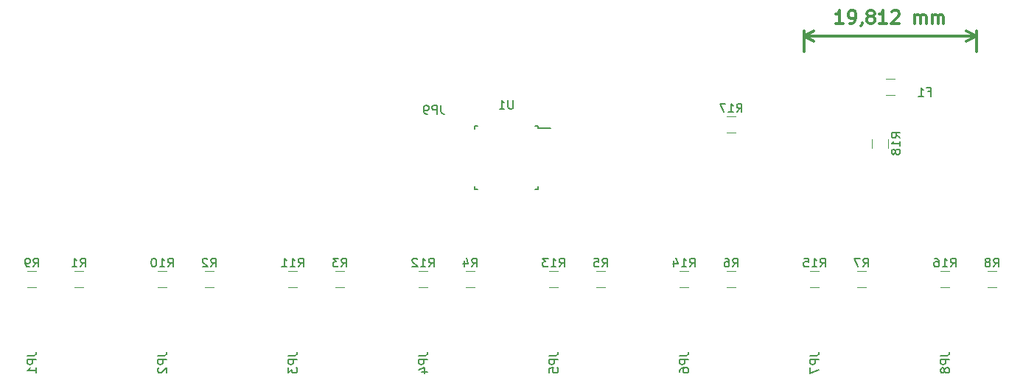
<source format=gbr>
G04 #@! TF.GenerationSoftware,KiCad,Pcbnew,(6.0.0-rc1-dev-313-g8db361882)*
G04 #@! TF.CreationDate,2018-09-01T22:17:23+02:00*
G04 #@! TF.ProjectId,Muxtemp,4D757874656D702E6B696361645F7063,rev?*
G04 #@! TF.SameCoordinates,Original*
G04 #@! TF.FileFunction,Legend,Bot*
G04 #@! TF.FilePolarity,Positive*
%FSLAX46Y46*%
G04 Gerber Fmt 4.6, Leading zero omitted, Abs format (unit mm)*
G04 Created by KiCad (PCBNEW (6.0.0-rc1-dev-313-g8db361882)) date 09/01/18 22:17:23*
%MOMM*%
%LPD*%
G01*
G04 APERTURE LIST*
%ADD10C,0.300000*%
%ADD11C,0.150000*%
%ADD12C,0.120000*%
G04 APERTURE END LIST*
D10*
X179681857Y-70968571D02*
X178824714Y-70968571D01*
X179253285Y-70968571D02*
X179253285Y-69468571D01*
X179110428Y-69682857D01*
X178967571Y-69825714D01*
X178824714Y-69897142D01*
X180396142Y-70968571D02*
X180681857Y-70968571D01*
X180824714Y-70897142D01*
X180896142Y-70825714D01*
X181039000Y-70611428D01*
X181110428Y-70325714D01*
X181110428Y-69754285D01*
X181039000Y-69611428D01*
X180967571Y-69540000D01*
X180824714Y-69468571D01*
X180539000Y-69468571D01*
X180396142Y-69540000D01*
X180324714Y-69611428D01*
X180253285Y-69754285D01*
X180253285Y-70111428D01*
X180324714Y-70254285D01*
X180396142Y-70325714D01*
X180539000Y-70397142D01*
X180824714Y-70397142D01*
X180967571Y-70325714D01*
X181039000Y-70254285D01*
X181110428Y-70111428D01*
X181824714Y-70897142D02*
X181824714Y-70968571D01*
X181753285Y-71111428D01*
X181681857Y-71182857D01*
X182681857Y-70111428D02*
X182539000Y-70040000D01*
X182467571Y-69968571D01*
X182396142Y-69825714D01*
X182396142Y-69754285D01*
X182467571Y-69611428D01*
X182539000Y-69540000D01*
X182681857Y-69468571D01*
X182967571Y-69468571D01*
X183110428Y-69540000D01*
X183181857Y-69611428D01*
X183253285Y-69754285D01*
X183253285Y-69825714D01*
X183181857Y-69968571D01*
X183110428Y-70040000D01*
X182967571Y-70111428D01*
X182681857Y-70111428D01*
X182539000Y-70182857D01*
X182467571Y-70254285D01*
X182396142Y-70397142D01*
X182396142Y-70682857D01*
X182467571Y-70825714D01*
X182539000Y-70897142D01*
X182681857Y-70968571D01*
X182967571Y-70968571D01*
X183110428Y-70897142D01*
X183181857Y-70825714D01*
X183253285Y-70682857D01*
X183253285Y-70397142D01*
X183181857Y-70254285D01*
X183110428Y-70182857D01*
X182967571Y-70111428D01*
X184681857Y-70968571D02*
X183824714Y-70968571D01*
X184253285Y-70968571D02*
X184253285Y-69468571D01*
X184110428Y-69682857D01*
X183967571Y-69825714D01*
X183824714Y-69897142D01*
X185253285Y-69611428D02*
X185324714Y-69540000D01*
X185467571Y-69468571D01*
X185824714Y-69468571D01*
X185967571Y-69540000D01*
X186039000Y-69611428D01*
X186110428Y-69754285D01*
X186110428Y-69897142D01*
X186039000Y-70111428D01*
X185181857Y-70968571D01*
X186110428Y-70968571D01*
X187896142Y-70968571D02*
X187896142Y-69968571D01*
X187896142Y-70111428D02*
X187967571Y-70040000D01*
X188110428Y-69968571D01*
X188324714Y-69968571D01*
X188467571Y-70040000D01*
X188539000Y-70182857D01*
X188539000Y-70968571D01*
X188539000Y-70182857D02*
X188610428Y-70040000D01*
X188753285Y-69968571D01*
X188967571Y-69968571D01*
X189110428Y-70040000D01*
X189181857Y-70182857D01*
X189181857Y-70968571D01*
X189896142Y-70968571D02*
X189896142Y-69968571D01*
X189896142Y-70111428D02*
X189967571Y-70040000D01*
X190110428Y-69968571D01*
X190324714Y-69968571D01*
X190467571Y-70040000D01*
X190539000Y-70182857D01*
X190539000Y-70968571D01*
X190539000Y-70182857D02*
X190610428Y-70040000D01*
X190753285Y-69968571D01*
X190967571Y-69968571D01*
X191110428Y-70040000D01*
X191181857Y-70182857D01*
X191181857Y-70968571D01*
X175133000Y-72390000D02*
X194945000Y-72390000D01*
X175133000Y-74168000D02*
X175133000Y-71803579D01*
X194945000Y-74168000D02*
X194945000Y-71803579D01*
X194945000Y-72390000D02*
X193818496Y-72976421D01*
X194945000Y-72390000D02*
X193818496Y-71803579D01*
X175133000Y-72390000D02*
X176259504Y-72976421D01*
X175133000Y-72390000D02*
X176259504Y-71803579D01*
D11*
G04 #@! TO.C,U1*
X144595000Y-82735000D02*
X144595000Y-82960000D01*
X137345000Y-82735000D02*
X137345000Y-83060000D01*
X137345000Y-89985000D02*
X137345000Y-89660000D01*
X144595000Y-89985000D02*
X144595000Y-89660000D01*
X144595000Y-82735000D02*
X144270000Y-82735000D01*
X144595000Y-89985000D02*
X144270000Y-89985000D01*
X137345000Y-89985000D02*
X137670000Y-89985000D01*
X137345000Y-82735000D02*
X137670000Y-82735000D01*
X144595000Y-82960000D02*
X146020000Y-82960000D01*
D12*
G04 #@! TO.C,R17*
X167284000Y-81640000D02*
X166284000Y-81640000D01*
X167284000Y-83460000D02*
X166284000Y-83460000D01*
G04 #@! TO.C,R18*
X184806000Y-85242000D02*
X184806000Y-84242000D01*
X182986000Y-85242000D02*
X182986000Y-84242000D01*
G04 #@! TO.C,F1*
X185572000Y-77322000D02*
X184572000Y-77322000D01*
X185572000Y-79142000D02*
X184572000Y-79142000D01*
G04 #@! TO.C,R7*
X182270000Y-101240000D02*
X181270000Y-101240000D01*
X182270000Y-99420000D02*
X181270000Y-99420000D01*
G04 #@! TO.C,R3*
X122326000Y-99420000D02*
X121326000Y-99420000D01*
X122326000Y-101240000D02*
X121326000Y-101240000D01*
G04 #@! TO.C,R15*
X176870000Y-101240000D02*
X175870000Y-101240000D01*
X176870000Y-99420000D02*
X175870000Y-99420000D01*
G04 #@! TO.C,R14*
X161884000Y-99420000D02*
X160884000Y-99420000D01*
X161884000Y-101240000D02*
X160884000Y-101240000D01*
G04 #@! TO.C,R13*
X146898000Y-101240000D02*
X145898000Y-101240000D01*
X146898000Y-99420000D02*
X145898000Y-99420000D01*
G04 #@! TO.C,R12*
X131912000Y-99420000D02*
X130912000Y-99420000D01*
X131912000Y-101240000D02*
X130912000Y-101240000D01*
G04 #@! TO.C,R11*
X116926000Y-101240000D02*
X115926000Y-101240000D01*
X116926000Y-99420000D02*
X115926000Y-99420000D01*
G04 #@! TO.C,R10*
X101940000Y-99420000D02*
X100940000Y-99420000D01*
X101940000Y-101240000D02*
X100940000Y-101240000D01*
G04 #@! TO.C,R6*
X167284000Y-101240000D02*
X166284000Y-101240000D01*
X167284000Y-99420000D02*
X166284000Y-99420000D01*
G04 #@! TO.C,R5*
X152298000Y-99420000D02*
X151298000Y-99420000D01*
X152298000Y-101240000D02*
X151298000Y-101240000D01*
G04 #@! TO.C,R4*
X137312000Y-101240000D02*
X136312000Y-101240000D01*
X137312000Y-99420000D02*
X136312000Y-99420000D01*
G04 #@! TO.C,R1*
X92354000Y-99420000D02*
X91354000Y-99420000D01*
X92354000Y-101240000D02*
X91354000Y-101240000D01*
G04 #@! TO.C,R2*
X107340000Y-101240000D02*
X106340000Y-101240000D01*
X107340000Y-99420000D02*
X106340000Y-99420000D01*
G04 #@! TO.C,R9*
X86954000Y-99420000D02*
X85954000Y-99420000D01*
X86954000Y-101240000D02*
X85954000Y-101240000D01*
G04 #@! TO.C,R8*
X197256000Y-101240000D02*
X196256000Y-101240000D01*
X197256000Y-99420000D02*
X196256000Y-99420000D01*
G04 #@! TO.C,R16*
X191856000Y-99420000D02*
X190856000Y-99420000D01*
X191856000Y-101240000D02*
X190856000Y-101240000D01*
G04 #@! TO.C,U1*
D11*
X141731904Y-79762380D02*
X141731904Y-80571904D01*
X141684285Y-80667142D01*
X141636666Y-80714761D01*
X141541428Y-80762380D01*
X141350952Y-80762380D01*
X141255714Y-80714761D01*
X141208095Y-80667142D01*
X141160476Y-80571904D01*
X141160476Y-79762380D01*
X140160476Y-80762380D02*
X140731904Y-80762380D01*
X140446190Y-80762380D02*
X140446190Y-79762380D01*
X140541428Y-79905238D01*
X140636666Y-80000476D01*
X140731904Y-80048095D01*
G04 #@! TO.C,R17*
X167426857Y-81152380D02*
X167760190Y-80676190D01*
X167998285Y-81152380D02*
X167998285Y-80152380D01*
X167617333Y-80152380D01*
X167522095Y-80200000D01*
X167474476Y-80247619D01*
X167426857Y-80342857D01*
X167426857Y-80485714D01*
X167474476Y-80580952D01*
X167522095Y-80628571D01*
X167617333Y-80676190D01*
X167998285Y-80676190D01*
X166474476Y-81152380D02*
X167045904Y-81152380D01*
X166760190Y-81152380D02*
X166760190Y-80152380D01*
X166855428Y-80295238D01*
X166950666Y-80390476D01*
X167045904Y-80438095D01*
X166141142Y-80152380D02*
X165474476Y-80152380D01*
X165903047Y-81152380D01*
G04 #@! TO.C,JP9*
X133458333Y-80368380D02*
X133458333Y-81082666D01*
X133505952Y-81225523D01*
X133601190Y-81320761D01*
X133744047Y-81368380D01*
X133839285Y-81368380D01*
X132982142Y-81368380D02*
X132982142Y-80368380D01*
X132601190Y-80368380D01*
X132505952Y-80416000D01*
X132458333Y-80463619D01*
X132410714Y-80558857D01*
X132410714Y-80701714D01*
X132458333Y-80796952D01*
X132505952Y-80844571D01*
X132601190Y-80892190D01*
X132982142Y-80892190D01*
X131934523Y-81368380D02*
X131744047Y-81368380D01*
X131648809Y-81320761D01*
X131601190Y-81273142D01*
X131505952Y-81130285D01*
X131458333Y-80939809D01*
X131458333Y-80558857D01*
X131505952Y-80463619D01*
X131553571Y-80416000D01*
X131648809Y-80368380D01*
X131839285Y-80368380D01*
X131934523Y-80416000D01*
X131982142Y-80463619D01*
X132029761Y-80558857D01*
X132029761Y-80796952D01*
X131982142Y-80892190D01*
X131934523Y-80939809D01*
X131839285Y-80987428D01*
X131648809Y-80987428D01*
X131553571Y-80939809D01*
X131505952Y-80892190D01*
X131458333Y-80796952D01*
G04 #@! TO.C,JP7*
X175872380Y-109111666D02*
X176586666Y-109111666D01*
X176729523Y-109064047D01*
X176824761Y-108968809D01*
X176872380Y-108825952D01*
X176872380Y-108730714D01*
X176872380Y-109587857D02*
X175872380Y-109587857D01*
X175872380Y-109968809D01*
X175920000Y-110064047D01*
X175967619Y-110111666D01*
X176062857Y-110159285D01*
X176205714Y-110159285D01*
X176300952Y-110111666D01*
X176348571Y-110064047D01*
X176396190Y-109968809D01*
X176396190Y-109587857D01*
X175872380Y-110492619D02*
X175872380Y-111159285D01*
X176872380Y-110730714D01*
G04 #@! TO.C,JP6*
X160886380Y-109111666D02*
X161600666Y-109111666D01*
X161743523Y-109064047D01*
X161838761Y-108968809D01*
X161886380Y-108825952D01*
X161886380Y-108730714D01*
X161886380Y-109587857D02*
X160886380Y-109587857D01*
X160886380Y-109968809D01*
X160934000Y-110064047D01*
X160981619Y-110111666D01*
X161076857Y-110159285D01*
X161219714Y-110159285D01*
X161314952Y-110111666D01*
X161362571Y-110064047D01*
X161410190Y-109968809D01*
X161410190Y-109587857D01*
X160886380Y-111016428D02*
X160886380Y-110825952D01*
X160934000Y-110730714D01*
X160981619Y-110683095D01*
X161124476Y-110587857D01*
X161314952Y-110540238D01*
X161695904Y-110540238D01*
X161791142Y-110587857D01*
X161838761Y-110635476D01*
X161886380Y-110730714D01*
X161886380Y-110921190D01*
X161838761Y-111016428D01*
X161791142Y-111064047D01*
X161695904Y-111111666D01*
X161457809Y-111111666D01*
X161362571Y-111064047D01*
X161314952Y-111016428D01*
X161267333Y-110921190D01*
X161267333Y-110730714D01*
X161314952Y-110635476D01*
X161362571Y-110587857D01*
X161457809Y-110540238D01*
G04 #@! TO.C,JP1*
X85956380Y-109111666D02*
X86670666Y-109111666D01*
X86813523Y-109064047D01*
X86908761Y-108968809D01*
X86956380Y-108825952D01*
X86956380Y-108730714D01*
X86956380Y-109587857D02*
X85956380Y-109587857D01*
X85956380Y-109968809D01*
X86004000Y-110064047D01*
X86051619Y-110111666D01*
X86146857Y-110159285D01*
X86289714Y-110159285D01*
X86384952Y-110111666D01*
X86432571Y-110064047D01*
X86480190Y-109968809D01*
X86480190Y-109587857D01*
X86956380Y-111111666D02*
X86956380Y-110540238D01*
X86956380Y-110825952D02*
X85956380Y-110825952D01*
X86099238Y-110730714D01*
X86194476Y-110635476D01*
X86242095Y-110540238D01*
G04 #@! TO.C,JP2*
X100942380Y-109111666D02*
X101656666Y-109111666D01*
X101799523Y-109064047D01*
X101894761Y-108968809D01*
X101942380Y-108825952D01*
X101942380Y-108730714D01*
X101942380Y-109587857D02*
X100942380Y-109587857D01*
X100942380Y-109968809D01*
X100990000Y-110064047D01*
X101037619Y-110111666D01*
X101132857Y-110159285D01*
X101275714Y-110159285D01*
X101370952Y-110111666D01*
X101418571Y-110064047D01*
X101466190Y-109968809D01*
X101466190Y-109587857D01*
X101037619Y-110540238D02*
X100990000Y-110587857D01*
X100942380Y-110683095D01*
X100942380Y-110921190D01*
X100990000Y-111016428D01*
X101037619Y-111064047D01*
X101132857Y-111111666D01*
X101228095Y-111111666D01*
X101370952Y-111064047D01*
X101942380Y-110492619D01*
X101942380Y-111111666D01*
G04 #@! TO.C,JP8*
X190858380Y-109111666D02*
X191572666Y-109111666D01*
X191715523Y-109064047D01*
X191810761Y-108968809D01*
X191858380Y-108825952D01*
X191858380Y-108730714D01*
X191858380Y-109587857D02*
X190858380Y-109587857D01*
X190858380Y-109968809D01*
X190906000Y-110064047D01*
X190953619Y-110111666D01*
X191048857Y-110159285D01*
X191191714Y-110159285D01*
X191286952Y-110111666D01*
X191334571Y-110064047D01*
X191382190Y-109968809D01*
X191382190Y-109587857D01*
X191286952Y-110730714D02*
X191239333Y-110635476D01*
X191191714Y-110587857D01*
X191096476Y-110540238D01*
X191048857Y-110540238D01*
X190953619Y-110587857D01*
X190906000Y-110635476D01*
X190858380Y-110730714D01*
X190858380Y-110921190D01*
X190906000Y-111016428D01*
X190953619Y-111064047D01*
X191048857Y-111111666D01*
X191096476Y-111111666D01*
X191191714Y-111064047D01*
X191239333Y-111016428D01*
X191286952Y-110921190D01*
X191286952Y-110730714D01*
X191334571Y-110635476D01*
X191382190Y-110587857D01*
X191477428Y-110540238D01*
X191667904Y-110540238D01*
X191763142Y-110587857D01*
X191810761Y-110635476D01*
X191858380Y-110730714D01*
X191858380Y-110921190D01*
X191810761Y-111016428D01*
X191763142Y-111064047D01*
X191667904Y-111111666D01*
X191477428Y-111111666D01*
X191382190Y-111064047D01*
X191334571Y-111016428D01*
X191286952Y-110921190D01*
G04 #@! TO.C,JP5*
X145900380Y-109111666D02*
X146614666Y-109111666D01*
X146757523Y-109064047D01*
X146852761Y-108968809D01*
X146900380Y-108825952D01*
X146900380Y-108730714D01*
X146900380Y-109587857D02*
X145900380Y-109587857D01*
X145900380Y-109968809D01*
X145948000Y-110064047D01*
X145995619Y-110111666D01*
X146090857Y-110159285D01*
X146233714Y-110159285D01*
X146328952Y-110111666D01*
X146376571Y-110064047D01*
X146424190Y-109968809D01*
X146424190Y-109587857D01*
X145900380Y-111064047D02*
X145900380Y-110587857D01*
X146376571Y-110540238D01*
X146328952Y-110587857D01*
X146281333Y-110683095D01*
X146281333Y-110921190D01*
X146328952Y-111016428D01*
X146376571Y-111064047D01*
X146471809Y-111111666D01*
X146709904Y-111111666D01*
X146805142Y-111064047D01*
X146852761Y-111016428D01*
X146900380Y-110921190D01*
X146900380Y-110683095D01*
X146852761Y-110587857D01*
X146805142Y-110540238D01*
G04 #@! TO.C,JP4*
X130914380Y-109111666D02*
X131628666Y-109111666D01*
X131771523Y-109064047D01*
X131866761Y-108968809D01*
X131914380Y-108825952D01*
X131914380Y-108730714D01*
X131914380Y-109587857D02*
X130914380Y-109587857D01*
X130914380Y-109968809D01*
X130962000Y-110064047D01*
X131009619Y-110111666D01*
X131104857Y-110159285D01*
X131247714Y-110159285D01*
X131342952Y-110111666D01*
X131390571Y-110064047D01*
X131438190Y-109968809D01*
X131438190Y-109587857D01*
X131247714Y-111016428D02*
X131914380Y-111016428D01*
X130866761Y-110778333D02*
X131581047Y-110540238D01*
X131581047Y-111159285D01*
G04 #@! TO.C,JP3*
X115928380Y-109111666D02*
X116642666Y-109111666D01*
X116785523Y-109064047D01*
X116880761Y-108968809D01*
X116928380Y-108825952D01*
X116928380Y-108730714D01*
X116928380Y-109587857D02*
X115928380Y-109587857D01*
X115928380Y-109968809D01*
X115976000Y-110064047D01*
X116023619Y-110111666D01*
X116118857Y-110159285D01*
X116261714Y-110159285D01*
X116356952Y-110111666D01*
X116404571Y-110064047D01*
X116452190Y-109968809D01*
X116452190Y-109587857D01*
X115928380Y-110492619D02*
X115928380Y-111111666D01*
X116309333Y-110778333D01*
X116309333Y-110921190D01*
X116356952Y-111016428D01*
X116404571Y-111064047D01*
X116499809Y-111111666D01*
X116737904Y-111111666D01*
X116833142Y-111064047D01*
X116880761Y-111016428D01*
X116928380Y-110921190D01*
X116928380Y-110635476D01*
X116880761Y-110540238D01*
X116833142Y-110492619D01*
G04 #@! TO.C,R18*
X186198380Y-84099142D02*
X185722190Y-83765809D01*
X186198380Y-83527714D02*
X185198380Y-83527714D01*
X185198380Y-83908666D01*
X185246000Y-84003904D01*
X185293619Y-84051523D01*
X185388857Y-84099142D01*
X185531714Y-84099142D01*
X185626952Y-84051523D01*
X185674571Y-84003904D01*
X185722190Y-83908666D01*
X185722190Y-83527714D01*
X186198380Y-85051523D02*
X186198380Y-84480095D01*
X186198380Y-84765809D02*
X185198380Y-84765809D01*
X185341238Y-84670571D01*
X185436476Y-84575333D01*
X185484095Y-84480095D01*
X185626952Y-85622952D02*
X185579333Y-85527714D01*
X185531714Y-85480095D01*
X185436476Y-85432476D01*
X185388857Y-85432476D01*
X185293619Y-85480095D01*
X185246000Y-85527714D01*
X185198380Y-85622952D01*
X185198380Y-85813428D01*
X185246000Y-85908666D01*
X185293619Y-85956285D01*
X185388857Y-86003904D01*
X185436476Y-86003904D01*
X185531714Y-85956285D01*
X185579333Y-85908666D01*
X185626952Y-85813428D01*
X185626952Y-85622952D01*
X185674571Y-85527714D01*
X185722190Y-85480095D01*
X185817428Y-85432476D01*
X186007904Y-85432476D01*
X186103142Y-85480095D01*
X186150761Y-85527714D01*
X186198380Y-85622952D01*
X186198380Y-85813428D01*
X186150761Y-85908666D01*
X186103142Y-85956285D01*
X186007904Y-86003904D01*
X185817428Y-86003904D01*
X185722190Y-85956285D01*
X185674571Y-85908666D01*
X185626952Y-85813428D01*
G04 #@! TO.C,F1*
X189375333Y-78795571D02*
X189708666Y-78795571D01*
X189708666Y-79319380D02*
X189708666Y-78319380D01*
X189232476Y-78319380D01*
X188327714Y-79319380D02*
X188899142Y-79319380D01*
X188613428Y-79319380D02*
X188613428Y-78319380D01*
X188708666Y-78462238D01*
X188803904Y-78557476D01*
X188899142Y-78605095D01*
G04 #@! TO.C,R7*
X181936666Y-98932380D02*
X182270000Y-98456190D01*
X182508095Y-98932380D02*
X182508095Y-97932380D01*
X182127142Y-97932380D01*
X182031904Y-97980000D01*
X181984285Y-98027619D01*
X181936666Y-98122857D01*
X181936666Y-98265714D01*
X181984285Y-98360952D01*
X182031904Y-98408571D01*
X182127142Y-98456190D01*
X182508095Y-98456190D01*
X181603333Y-97932380D02*
X180936666Y-97932380D01*
X181365238Y-98932380D01*
G04 #@! TO.C,R3*
X121992666Y-98932380D02*
X122326000Y-98456190D01*
X122564095Y-98932380D02*
X122564095Y-97932380D01*
X122183142Y-97932380D01*
X122087904Y-97980000D01*
X122040285Y-98027619D01*
X121992666Y-98122857D01*
X121992666Y-98265714D01*
X122040285Y-98360952D01*
X122087904Y-98408571D01*
X122183142Y-98456190D01*
X122564095Y-98456190D01*
X121659333Y-97932380D02*
X121040285Y-97932380D01*
X121373619Y-98313333D01*
X121230761Y-98313333D01*
X121135523Y-98360952D01*
X121087904Y-98408571D01*
X121040285Y-98503809D01*
X121040285Y-98741904D01*
X121087904Y-98837142D01*
X121135523Y-98884761D01*
X121230761Y-98932380D01*
X121516476Y-98932380D01*
X121611714Y-98884761D01*
X121659333Y-98837142D01*
G04 #@! TO.C,R15*
X177012857Y-98932380D02*
X177346190Y-98456190D01*
X177584285Y-98932380D02*
X177584285Y-97932380D01*
X177203333Y-97932380D01*
X177108095Y-97980000D01*
X177060476Y-98027619D01*
X177012857Y-98122857D01*
X177012857Y-98265714D01*
X177060476Y-98360952D01*
X177108095Y-98408571D01*
X177203333Y-98456190D01*
X177584285Y-98456190D01*
X176060476Y-98932380D02*
X176631904Y-98932380D01*
X176346190Y-98932380D02*
X176346190Y-97932380D01*
X176441428Y-98075238D01*
X176536666Y-98170476D01*
X176631904Y-98218095D01*
X175155714Y-97932380D02*
X175631904Y-97932380D01*
X175679523Y-98408571D01*
X175631904Y-98360952D01*
X175536666Y-98313333D01*
X175298571Y-98313333D01*
X175203333Y-98360952D01*
X175155714Y-98408571D01*
X175108095Y-98503809D01*
X175108095Y-98741904D01*
X175155714Y-98837142D01*
X175203333Y-98884761D01*
X175298571Y-98932380D01*
X175536666Y-98932380D01*
X175631904Y-98884761D01*
X175679523Y-98837142D01*
G04 #@! TO.C,R14*
X162026857Y-98932380D02*
X162360190Y-98456190D01*
X162598285Y-98932380D02*
X162598285Y-97932380D01*
X162217333Y-97932380D01*
X162122095Y-97980000D01*
X162074476Y-98027619D01*
X162026857Y-98122857D01*
X162026857Y-98265714D01*
X162074476Y-98360952D01*
X162122095Y-98408571D01*
X162217333Y-98456190D01*
X162598285Y-98456190D01*
X161074476Y-98932380D02*
X161645904Y-98932380D01*
X161360190Y-98932380D02*
X161360190Y-97932380D01*
X161455428Y-98075238D01*
X161550666Y-98170476D01*
X161645904Y-98218095D01*
X160217333Y-98265714D02*
X160217333Y-98932380D01*
X160455428Y-97884761D02*
X160693523Y-98599047D01*
X160074476Y-98599047D01*
G04 #@! TO.C,R13*
X147040857Y-98932380D02*
X147374190Y-98456190D01*
X147612285Y-98932380D02*
X147612285Y-97932380D01*
X147231333Y-97932380D01*
X147136095Y-97980000D01*
X147088476Y-98027619D01*
X147040857Y-98122857D01*
X147040857Y-98265714D01*
X147088476Y-98360952D01*
X147136095Y-98408571D01*
X147231333Y-98456190D01*
X147612285Y-98456190D01*
X146088476Y-98932380D02*
X146659904Y-98932380D01*
X146374190Y-98932380D02*
X146374190Y-97932380D01*
X146469428Y-98075238D01*
X146564666Y-98170476D01*
X146659904Y-98218095D01*
X145755142Y-97932380D02*
X145136095Y-97932380D01*
X145469428Y-98313333D01*
X145326571Y-98313333D01*
X145231333Y-98360952D01*
X145183714Y-98408571D01*
X145136095Y-98503809D01*
X145136095Y-98741904D01*
X145183714Y-98837142D01*
X145231333Y-98884761D01*
X145326571Y-98932380D01*
X145612285Y-98932380D01*
X145707523Y-98884761D01*
X145755142Y-98837142D01*
G04 #@! TO.C,R12*
X132054857Y-98932380D02*
X132388190Y-98456190D01*
X132626285Y-98932380D02*
X132626285Y-97932380D01*
X132245333Y-97932380D01*
X132150095Y-97980000D01*
X132102476Y-98027619D01*
X132054857Y-98122857D01*
X132054857Y-98265714D01*
X132102476Y-98360952D01*
X132150095Y-98408571D01*
X132245333Y-98456190D01*
X132626285Y-98456190D01*
X131102476Y-98932380D02*
X131673904Y-98932380D01*
X131388190Y-98932380D02*
X131388190Y-97932380D01*
X131483428Y-98075238D01*
X131578666Y-98170476D01*
X131673904Y-98218095D01*
X130721523Y-98027619D02*
X130673904Y-97980000D01*
X130578666Y-97932380D01*
X130340571Y-97932380D01*
X130245333Y-97980000D01*
X130197714Y-98027619D01*
X130150095Y-98122857D01*
X130150095Y-98218095D01*
X130197714Y-98360952D01*
X130769142Y-98932380D01*
X130150095Y-98932380D01*
G04 #@! TO.C,R11*
X117068857Y-98932380D02*
X117402190Y-98456190D01*
X117640285Y-98932380D02*
X117640285Y-97932380D01*
X117259333Y-97932380D01*
X117164095Y-97980000D01*
X117116476Y-98027619D01*
X117068857Y-98122857D01*
X117068857Y-98265714D01*
X117116476Y-98360952D01*
X117164095Y-98408571D01*
X117259333Y-98456190D01*
X117640285Y-98456190D01*
X116116476Y-98932380D02*
X116687904Y-98932380D01*
X116402190Y-98932380D02*
X116402190Y-97932380D01*
X116497428Y-98075238D01*
X116592666Y-98170476D01*
X116687904Y-98218095D01*
X115164095Y-98932380D02*
X115735523Y-98932380D01*
X115449809Y-98932380D02*
X115449809Y-97932380D01*
X115545047Y-98075238D01*
X115640285Y-98170476D01*
X115735523Y-98218095D01*
G04 #@! TO.C,R10*
X102082857Y-98932380D02*
X102416190Y-98456190D01*
X102654285Y-98932380D02*
X102654285Y-97932380D01*
X102273333Y-97932380D01*
X102178095Y-97980000D01*
X102130476Y-98027619D01*
X102082857Y-98122857D01*
X102082857Y-98265714D01*
X102130476Y-98360952D01*
X102178095Y-98408571D01*
X102273333Y-98456190D01*
X102654285Y-98456190D01*
X101130476Y-98932380D02*
X101701904Y-98932380D01*
X101416190Y-98932380D02*
X101416190Y-97932380D01*
X101511428Y-98075238D01*
X101606666Y-98170476D01*
X101701904Y-98218095D01*
X100511428Y-97932380D02*
X100416190Y-97932380D01*
X100320952Y-97980000D01*
X100273333Y-98027619D01*
X100225714Y-98122857D01*
X100178095Y-98313333D01*
X100178095Y-98551428D01*
X100225714Y-98741904D01*
X100273333Y-98837142D01*
X100320952Y-98884761D01*
X100416190Y-98932380D01*
X100511428Y-98932380D01*
X100606666Y-98884761D01*
X100654285Y-98837142D01*
X100701904Y-98741904D01*
X100749523Y-98551428D01*
X100749523Y-98313333D01*
X100701904Y-98122857D01*
X100654285Y-98027619D01*
X100606666Y-97980000D01*
X100511428Y-97932380D01*
G04 #@! TO.C,R6*
X166950666Y-98932380D02*
X167284000Y-98456190D01*
X167522095Y-98932380D02*
X167522095Y-97932380D01*
X167141142Y-97932380D01*
X167045904Y-97980000D01*
X166998285Y-98027619D01*
X166950666Y-98122857D01*
X166950666Y-98265714D01*
X166998285Y-98360952D01*
X167045904Y-98408571D01*
X167141142Y-98456190D01*
X167522095Y-98456190D01*
X166093523Y-97932380D02*
X166284000Y-97932380D01*
X166379238Y-97980000D01*
X166426857Y-98027619D01*
X166522095Y-98170476D01*
X166569714Y-98360952D01*
X166569714Y-98741904D01*
X166522095Y-98837142D01*
X166474476Y-98884761D01*
X166379238Y-98932380D01*
X166188761Y-98932380D01*
X166093523Y-98884761D01*
X166045904Y-98837142D01*
X165998285Y-98741904D01*
X165998285Y-98503809D01*
X166045904Y-98408571D01*
X166093523Y-98360952D01*
X166188761Y-98313333D01*
X166379238Y-98313333D01*
X166474476Y-98360952D01*
X166522095Y-98408571D01*
X166569714Y-98503809D01*
G04 #@! TO.C,R5*
X151964666Y-98932380D02*
X152298000Y-98456190D01*
X152536095Y-98932380D02*
X152536095Y-97932380D01*
X152155142Y-97932380D01*
X152059904Y-97980000D01*
X152012285Y-98027619D01*
X151964666Y-98122857D01*
X151964666Y-98265714D01*
X152012285Y-98360952D01*
X152059904Y-98408571D01*
X152155142Y-98456190D01*
X152536095Y-98456190D01*
X151059904Y-97932380D02*
X151536095Y-97932380D01*
X151583714Y-98408571D01*
X151536095Y-98360952D01*
X151440857Y-98313333D01*
X151202761Y-98313333D01*
X151107523Y-98360952D01*
X151059904Y-98408571D01*
X151012285Y-98503809D01*
X151012285Y-98741904D01*
X151059904Y-98837142D01*
X151107523Y-98884761D01*
X151202761Y-98932380D01*
X151440857Y-98932380D01*
X151536095Y-98884761D01*
X151583714Y-98837142D01*
G04 #@! TO.C,R4*
X136978666Y-98932380D02*
X137312000Y-98456190D01*
X137550095Y-98932380D02*
X137550095Y-97932380D01*
X137169142Y-97932380D01*
X137073904Y-97980000D01*
X137026285Y-98027619D01*
X136978666Y-98122857D01*
X136978666Y-98265714D01*
X137026285Y-98360952D01*
X137073904Y-98408571D01*
X137169142Y-98456190D01*
X137550095Y-98456190D01*
X136121523Y-98265714D02*
X136121523Y-98932380D01*
X136359619Y-97884761D02*
X136597714Y-98599047D01*
X135978666Y-98599047D01*
G04 #@! TO.C,R1*
X92020666Y-98932380D02*
X92354000Y-98456190D01*
X92592095Y-98932380D02*
X92592095Y-97932380D01*
X92211142Y-97932380D01*
X92115904Y-97980000D01*
X92068285Y-98027619D01*
X92020666Y-98122857D01*
X92020666Y-98265714D01*
X92068285Y-98360952D01*
X92115904Y-98408571D01*
X92211142Y-98456190D01*
X92592095Y-98456190D01*
X91068285Y-98932380D02*
X91639714Y-98932380D01*
X91354000Y-98932380D02*
X91354000Y-97932380D01*
X91449238Y-98075238D01*
X91544476Y-98170476D01*
X91639714Y-98218095D01*
G04 #@! TO.C,R2*
X107006666Y-98932380D02*
X107340000Y-98456190D01*
X107578095Y-98932380D02*
X107578095Y-97932380D01*
X107197142Y-97932380D01*
X107101904Y-97980000D01*
X107054285Y-98027619D01*
X107006666Y-98122857D01*
X107006666Y-98265714D01*
X107054285Y-98360952D01*
X107101904Y-98408571D01*
X107197142Y-98456190D01*
X107578095Y-98456190D01*
X106625714Y-98027619D02*
X106578095Y-97980000D01*
X106482857Y-97932380D01*
X106244761Y-97932380D01*
X106149523Y-97980000D01*
X106101904Y-98027619D01*
X106054285Y-98122857D01*
X106054285Y-98218095D01*
X106101904Y-98360952D01*
X106673333Y-98932380D01*
X106054285Y-98932380D01*
G04 #@! TO.C,R9*
X86620666Y-98932380D02*
X86954000Y-98456190D01*
X87192095Y-98932380D02*
X87192095Y-97932380D01*
X86811142Y-97932380D01*
X86715904Y-97980000D01*
X86668285Y-98027619D01*
X86620666Y-98122857D01*
X86620666Y-98265714D01*
X86668285Y-98360952D01*
X86715904Y-98408571D01*
X86811142Y-98456190D01*
X87192095Y-98456190D01*
X86144476Y-98932380D02*
X85954000Y-98932380D01*
X85858761Y-98884761D01*
X85811142Y-98837142D01*
X85715904Y-98694285D01*
X85668285Y-98503809D01*
X85668285Y-98122857D01*
X85715904Y-98027619D01*
X85763523Y-97980000D01*
X85858761Y-97932380D01*
X86049238Y-97932380D01*
X86144476Y-97980000D01*
X86192095Y-98027619D01*
X86239714Y-98122857D01*
X86239714Y-98360952D01*
X86192095Y-98456190D01*
X86144476Y-98503809D01*
X86049238Y-98551428D01*
X85858761Y-98551428D01*
X85763523Y-98503809D01*
X85715904Y-98456190D01*
X85668285Y-98360952D01*
G04 #@! TO.C,R8*
X196922666Y-98932380D02*
X197256000Y-98456190D01*
X197494095Y-98932380D02*
X197494095Y-97932380D01*
X197113142Y-97932380D01*
X197017904Y-97980000D01*
X196970285Y-98027619D01*
X196922666Y-98122857D01*
X196922666Y-98265714D01*
X196970285Y-98360952D01*
X197017904Y-98408571D01*
X197113142Y-98456190D01*
X197494095Y-98456190D01*
X196351238Y-98360952D02*
X196446476Y-98313333D01*
X196494095Y-98265714D01*
X196541714Y-98170476D01*
X196541714Y-98122857D01*
X196494095Y-98027619D01*
X196446476Y-97980000D01*
X196351238Y-97932380D01*
X196160761Y-97932380D01*
X196065523Y-97980000D01*
X196017904Y-98027619D01*
X195970285Y-98122857D01*
X195970285Y-98170476D01*
X196017904Y-98265714D01*
X196065523Y-98313333D01*
X196160761Y-98360952D01*
X196351238Y-98360952D01*
X196446476Y-98408571D01*
X196494095Y-98456190D01*
X196541714Y-98551428D01*
X196541714Y-98741904D01*
X196494095Y-98837142D01*
X196446476Y-98884761D01*
X196351238Y-98932380D01*
X196160761Y-98932380D01*
X196065523Y-98884761D01*
X196017904Y-98837142D01*
X195970285Y-98741904D01*
X195970285Y-98551428D01*
X196017904Y-98456190D01*
X196065523Y-98408571D01*
X196160761Y-98360952D01*
G04 #@! TO.C,R16*
X191998857Y-98932380D02*
X192332190Y-98456190D01*
X192570285Y-98932380D02*
X192570285Y-97932380D01*
X192189333Y-97932380D01*
X192094095Y-97980000D01*
X192046476Y-98027619D01*
X191998857Y-98122857D01*
X191998857Y-98265714D01*
X192046476Y-98360952D01*
X192094095Y-98408571D01*
X192189333Y-98456190D01*
X192570285Y-98456190D01*
X191046476Y-98932380D02*
X191617904Y-98932380D01*
X191332190Y-98932380D02*
X191332190Y-97932380D01*
X191427428Y-98075238D01*
X191522666Y-98170476D01*
X191617904Y-98218095D01*
X190189333Y-97932380D02*
X190379809Y-97932380D01*
X190475047Y-97980000D01*
X190522666Y-98027619D01*
X190617904Y-98170476D01*
X190665523Y-98360952D01*
X190665523Y-98741904D01*
X190617904Y-98837142D01*
X190570285Y-98884761D01*
X190475047Y-98932380D01*
X190284571Y-98932380D01*
X190189333Y-98884761D01*
X190141714Y-98837142D01*
X190094095Y-98741904D01*
X190094095Y-98503809D01*
X190141714Y-98408571D01*
X190189333Y-98360952D01*
X190284571Y-98313333D01*
X190475047Y-98313333D01*
X190570285Y-98360952D01*
X190617904Y-98408571D01*
X190665523Y-98503809D01*
G04 #@! TD*
M02*

</source>
